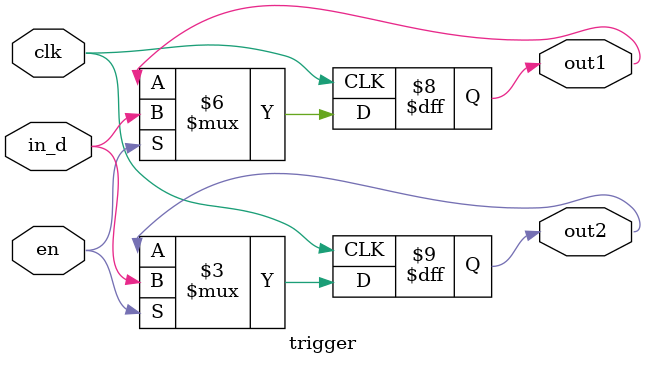
<source format=v>
module trigger(en,clk,in_d,out1,out2);
input en,clk,in_d;
output reg out1,out2;

always @ (posedge clk)
if(en)
	begin
	out1 = in_d;
	out2 = out1;
	end
else
	begin
	out1 = out1;
	out2 = out2;
	end
endmodule

</source>
